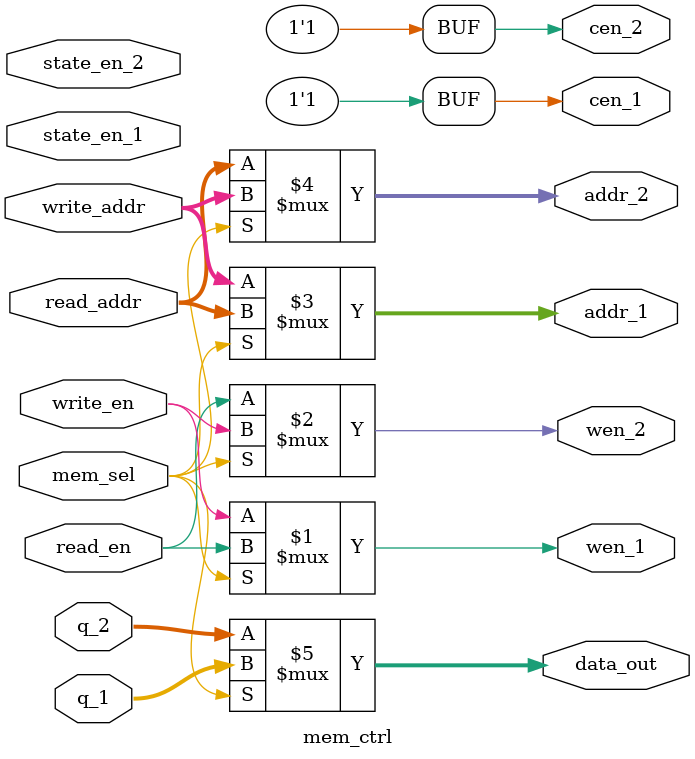
<source format=v>
module mem_ctrl (
        mem_sel
      , read_en
      , write_en
      , read_addr
      , write_addr
      , q_1
      , q_2
      , state_en_1
      , state_en_2
      , cen_1
      , cen_2
      , wen_1
      , wen_2
      , addr_1
      , addr_2 
      , data_out
      );

parameter DATA_WIDTH = 32;
parameter ADDR_WIDTH = 12;

input mem_sel, read_en, write_en, state_en_1, state_en_2;
input [ADDR_WIDTH-1 : 0] read_addr, write_addr;
input [DATA_WIDTH-1 : 0] q_1, q_2;

output wen_1, wen_2, cen_1, cen_2;
output [ADDR_WIDTH-1 : 0] addr_1, addr_2;
output [DATA_WIDTH-1 : 0] data_out;

wire cen_1, cen_2;

//Rule: mem_sel = 1 : memory 1 is reading and memory 2 is writing

assign wen_1 = mem_sel ? read_en : write_en;
assign wen_2 = mem_sel ? write_en : read_en;
assign addr_1 = mem_sel ? read_addr : write_addr;
assign addr_2 = mem_sel ? write_addr : read_addr;
assign data_out = mem_sel ? q_1 : q_2;
assign {cen_1, cen_2} = 2'b11;

/*
always@(state_en_1 or state_en_2 or mem_sel) begin
    case ({state_en_1,state_en_2})
        2'b00: begin
            cen_1 <= 1'b0;
            cen_2 <= 1'b0;
        end
        2'b01: begin
            cen_1 <= mem_sel;
            cen_2 <= ~mem_sel;
        end
        2'b10: begin
            cen_1 <= ~mem_sel;
            cen_2 <= mem_sel;
        end
        2'b11: begin
            cen_1 <= 1'b1;
            cen_2 <= 1'b1;
        end
    endcase    
end
*/

endmodule

</source>
